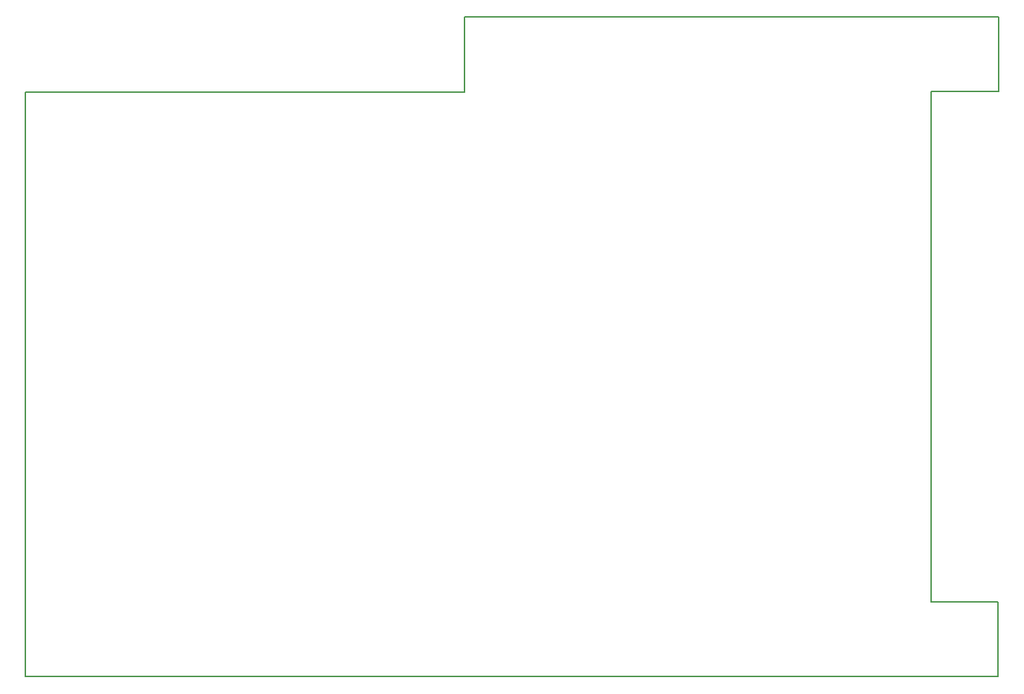
<source format=gko>
G04 Layer_Color=16711935*
%FSLAX44Y44*%
%MOMM*%
G71*
G01*
G75*
%ADD59C,0.2000*%
D59*
X528320Y794385D02*
X1171004D01*
X0Y0D02*
Y703580D01*
X528320D01*
Y794385D01*
X1089830Y90000D02*
X1170000D01*
X1089830D02*
Y108120D01*
X1089835Y698970D02*
Y704390D01*
X1171004D01*
X1089830Y108120D02*
Y698965D01*
X1170000Y0D02*
Y90000D01*
X1171004Y704390D02*
Y794385D01*
X0Y0D02*
X1170000D01*
M02*

</source>
